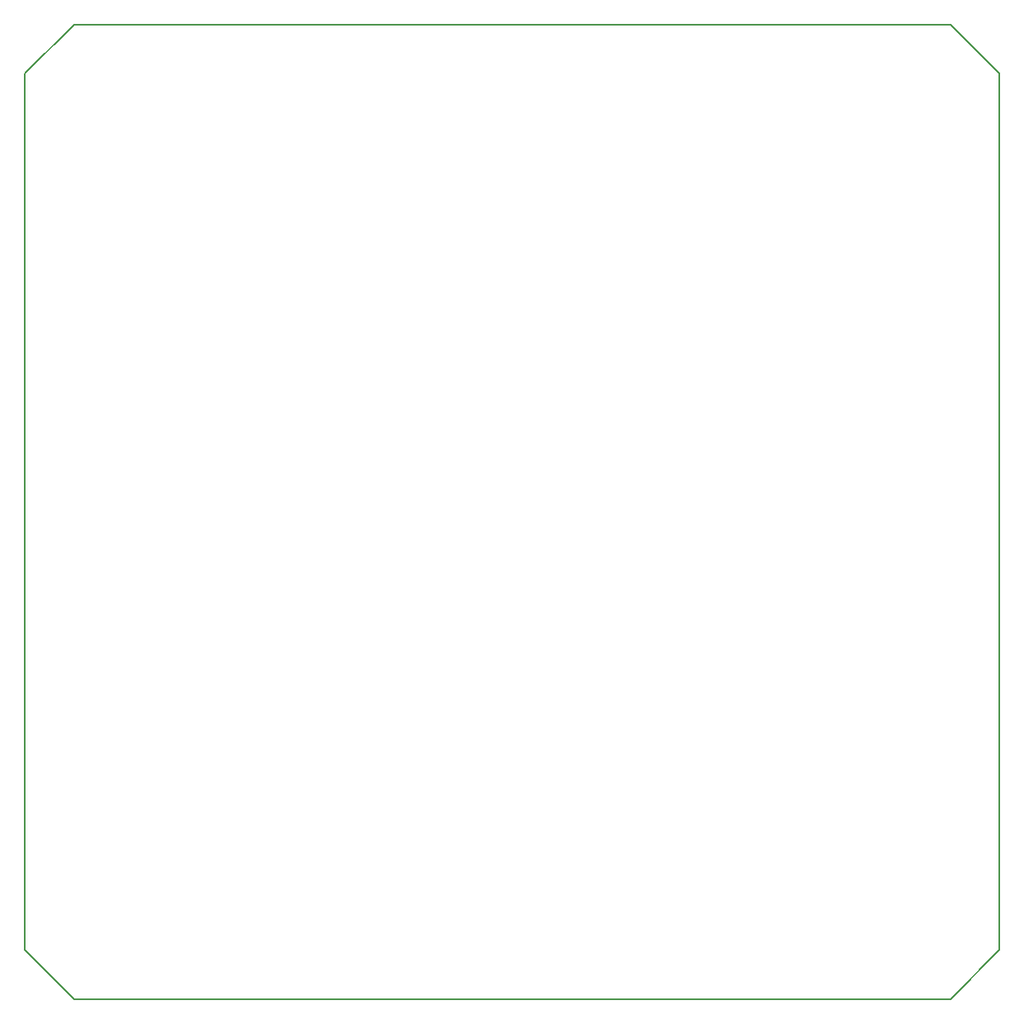
<source format=gbr>
G04 #@! TF.FileFunction,Profile,NP*
%FSLAX46Y46*%
G04 Gerber Fmt 4.6, Leading zero omitted, Abs format (unit mm)*
G04 Created by KiCad (PCBNEW 4.0.7-e2-6376~58~ubuntu16.04.1) date Mon Apr 23 18:14:32 2018*
%MOMM*%
%LPD*%
G01*
G04 APERTURE LIST*
%ADD10C,0.100000*%
%ADD11C,0.150000*%
G04 APERTURE END LIST*
D10*
D11*
X100000000Y-135000000D02*
X100000000Y-45000000D01*
X200000000Y-135000000D02*
X200000000Y-45000000D01*
X105000000Y-140000000D02*
X110000000Y-140000000D01*
X100000000Y-135000000D02*
X105000000Y-140000000D01*
X195000000Y-140000000D02*
X200000000Y-135000000D01*
X190000000Y-140000000D02*
X195000000Y-140000000D01*
X110000000Y-140000000D02*
X190000000Y-140000000D01*
X195000000Y-40000000D02*
X200000000Y-45000000D01*
X100000000Y-45000000D02*
X105000000Y-40000000D01*
X105000000Y-40000000D02*
X195000000Y-40000000D01*
M02*

</source>
